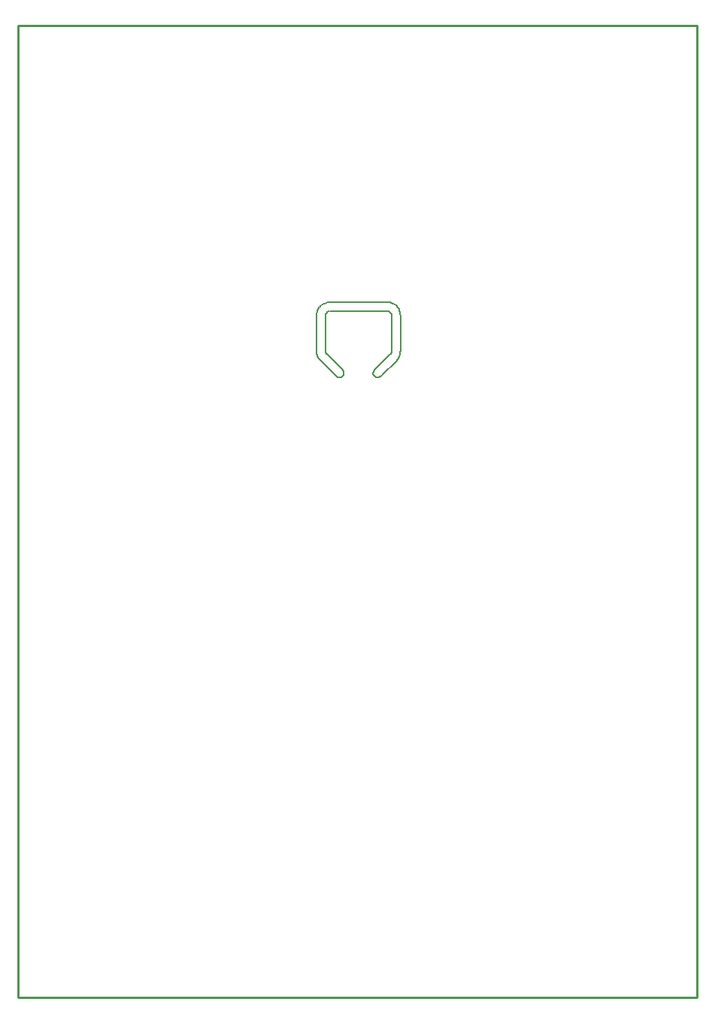
<source format=gbp>
%FSTAX23Y23*%
%MOIN*%
%SFA1B1*%

%IPPOS*%
%ADD45C,0.010000*%
%ADD55C,0.005910*%
%LNsbtech_icarusboard_1v0-1*%
%LPD*%
G54D45*
X0Y0D02*
X03011D01*
Y04311*
X0D02*
X03011D01*
X0Y0D02*
Y04311D01*
G54D55*
X01413Y02754D02*
D01*
X01414Y02753*
X01415Y02752*
X01416Y02752*
X01417Y02751*
X01418Y02751*
X01419Y0275*
X0142Y0275*
X01421Y0275*
X01422Y02749*
X01423Y02749*
X01424Y02749*
X01424Y02749*
D01*
X01425Y02749*
X01426Y02749*
X01428Y0275*
X01429Y0275*
X0143Y0275*
X01431Y02751*
X01432Y02751*
X01433Y02752*
X01434Y02753*
X01435Y02753*
X01436Y02754*
X01436Y02754*
X0144Y02758D02*
D01*
X01441Y02759*
X01441Y0276*
X01442Y0276*
X01442Y02761*
X01443Y02762*
X01443Y02763*
X01443Y02764*
X01444Y02764*
X01444Y02765*
X01444Y02766*
X01444Y02767*
X01444Y02767*
Y02769D02*
D01*
X01444Y02771*
X01444Y02772*
X01444Y02773*
X01443Y02774*
X01443Y02776*
X01442Y02777*
X01442Y02778*
X01441Y02779*
X0144Y0278*
X0144Y02781*
X01439Y02782*
X01438Y02783*
X01362Y02867D02*
D01*
X01362Y02865*
X01363Y02864*
X01363Y02863*
X01363Y02861*
X01364Y0286*
X01364Y02859*
X01365Y02857*
X01365Y02856*
X01366Y02855*
X01367Y02854*
X01368Y02853*
X01368Y02853*
X01368Y03038D02*
D01*
X01367Y03037*
X01366Y03036*
X01365Y03035*
X01365Y03034*
X01364Y03033*
X01364Y03032*
X01363Y03031*
X01363Y03029*
X01363Y03028*
X01363Y03027*
X01362Y03025*
Y03025*
X01381Y03044D02*
D01*
X0138Y03044*
X01379Y03044*
X01377Y03043*
X01376Y03043*
X01375Y03043*
X01374Y03042*
X01372Y03042*
X01371Y03041*
X0137Y0304*
X01369Y03039*
X01368Y03039*
X01368Y03038*
X01649Y03038D02*
D01*
X01648Y03039*
X01647Y0304*
X01646Y03041*
X01645Y03042*
X01643Y03042*
X01642Y03043*
X01641Y03043*
X0164Y03043*
X01639Y03044*
X01637Y03044*
X01636Y03044*
X01636Y03044*
X01656Y03026D02*
D01*
X01656Y03027*
X01656Y03028*
X01655Y03029*
X01655Y0303*
X01655Y0303*
X01655Y03031*
X01654Y03032*
X01654Y03033*
X01653Y03034*
X01653Y03034*
X01652Y03035*
X01652Y03035*
X0165Y02853D02*
D01*
X01651Y02854*
X01652Y02855*
X01653Y02856*
X01653Y02858*
X01654Y02859*
X01654Y0286*
X01655Y02861*
X01655Y02862*
X01655Y02864*
X01656Y02865*
X01656Y02866*
X01656Y02867*
X01579Y02783D02*
D01*
X01578Y02782*
X01578Y02781*
X01577Y02779*
X01576Y02778*
X01576Y02777*
X01575Y02776*
X01575Y02775*
X01574Y02773*
X01574Y02772*
X01574Y02771*
X01574Y0277*
X01574Y02769*
D01*
X01574Y02768*
X01574Y02767*
X01574Y02766*
X01574Y02764*
X01575Y02763*
X01575Y02762*
X01576Y02761*
X01576Y0276*
X01577Y02759*
X01578Y02758*
X01579Y02757*
X01579Y02757*
X01583Y02753D02*
D01*
X01584Y02752*
X01584Y02752*
X01585Y02752*
X01585Y02751*
X01586Y02751*
X01586Y02751*
X01587Y0275*
X01587Y0275*
X01588Y0275*
X01589Y0275*
X01589Y0275*
X0159Y0275*
D01*
X01592Y0275*
X01594Y0275*
X01596Y02751*
X01598Y02751*
X01601Y02752*
X01603Y02753*
X01605Y02754*
X01607Y02755*
X01609Y02756*
X0161Y02758*
X01612Y02759*
X01612Y0276*
X01678Y02825D02*
D01*
X0168Y02828*
X01683Y02831*
X01685Y02834*
X01687Y02838*
X01689Y02841*
X01691Y02845*
X01692Y02849*
X01693Y02853*
X01694Y02856*
X01694Y0286*
X01694Y02864*
X01695Y02866*
Y03025D02*
D01*
X01694Y03029*
X01694Y03033*
X01693Y03037*
X01692Y03041*
X01691Y03045*
X0169Y03049*
X01688Y03052*
X01686Y03056*
X01683Y03059*
X01681Y03062*
X01678Y03065*
X01678Y03066*
D01*
X01675Y03069*
X01671Y03072*
X01668Y03074*
X01664Y03076*
X01661Y03078*
X01657Y0308*
X01653Y03081*
X01649Y03082*
X01645Y03083*
X01641Y03083*
X01637Y03084*
X01636Y03084*
X01382D02*
D01*
X01378Y03083*
X01374Y03083*
X0137Y03082*
X01366Y03081*
X01362Y0308*
X01358Y03078*
X01355Y03077*
X01351Y03075*
X01348Y03072*
X01344Y0307*
X01341Y03067*
X01341Y03066*
X01339Y03065D02*
D01*
X01336Y03062*
X01334Y03059*
X01332Y03056*
X0133Y03053*
X01328Y03049*
X01327Y03046*
X01326Y03043*
X01325Y03039*
X01324Y03035*
X01324Y03032*
X01323Y03028*
X01323Y03027*
Y02861D02*
D01*
X01323Y02858*
X01324Y02855*
X01324Y02852*
X01325Y02849*
X01326Y02847*
X01327Y02844*
X01328Y02841*
X0133Y02839*
X01331Y02836*
X01333Y02834*
X01335Y02832*
X01336Y02831*
X01412Y02755D02*
X01413Y02754D01*
X01436Y02754D02*
X0144Y02758D01*
X01444Y02767D02*
Y02769D01*
X01368Y02853D02*
X01438Y02783D01*
X01362Y02867D02*
Y03015D01*
Y03025*
X01382Y03044D02*
X01636D01*
X01649Y03038D02*
X01652Y03035D01*
X01656Y02867D02*
Y03026D01*
X01579Y02783D02*
X0165Y02853D01*
X01579Y02757D02*
X01583Y02753D01*
X01612Y0276D02*
X01678Y02825D01*
X01695Y02866D02*
Y03025D01*
X01382Y03084D02*
X01636D01*
X01339Y03065D02*
X01341Y03066D01*
X01323Y02861D02*
Y03027D01*
X01336Y02831D02*
X01416Y02751D01*
M02*
</source>
